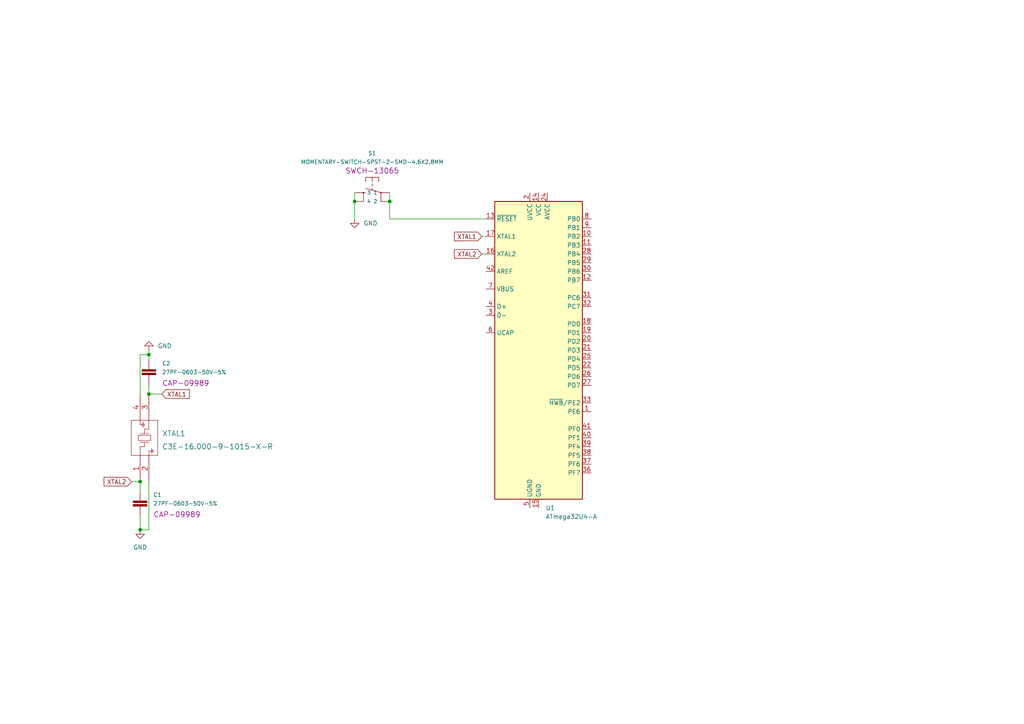
<source format=kicad_sch>
(kicad_sch (version 20211123) (generator eeschema)
  (paper "A4")
  (lib_symbols
    (symbol "16MHz Clock:C3E-16.000-9-1015-X-R" (pin_names (offset 0.254) hide)
      (property "Reference" "XTAL" (at 12.7 7.62 0))
      (property "Value" "C3E-16.000-9-1015-X-R" (at 12.7 5.08 0))
      (symbol "C3E-16.000-9-1015-X-R_1_1"
        (polyline (pts (xy 7.62 -5.08) (xy 17.78 -5.08)) (stroke (width 0.127)))
        (polyline (pts (xy 7.62 -2.54) (xy 8.89 -2.54)) (stroke (width 0.127)))
        (polyline (pts (xy 7.62 2.54) (xy 7.62 -5.08)) (stroke (width 0.127)))
        (polyline (pts (xy 8.128 -3.302) (xy 9.652 -3.302)) (stroke (width 0.127)))
        (polyline (pts (xy 8.382 -3.556) (xy 9.398 -3.556)) (stroke (width 0.127)))
        (polyline (pts (xy 8.636 -3.81) (xy 9.144 -3.81)) (stroke (width 0.127)))
        (polyline (pts (xy 8.89 -2.54) (xy 8.89 -3.302)) (stroke (width 0.127)))
        (polyline (pts (xy 10.16 -1.27) (xy 10.16 0)) (stroke (width 0.127)))
        (polyline (pts (xy 10.16 0) (xy 7.62 0)) (stroke (width 0.127)))
        (polyline (pts (xy 11.43 -1.27) (xy 10.16 -1.27)) (stroke (width 0.127)))
        (polyline (pts (xy 11.43 0) (xy 11.43 -2.54)) (stroke (width 0.127)))
        (polyline (pts (xy 11.938 -3.048) (xy 13.462 -3.048)) (stroke (width 0.127)))
        (polyline (pts (xy 11.938 0.508) (xy 11.938 -3.048)) (stroke (width 0.127)))
        (polyline (pts (xy 13.462 -3.048) (xy 13.462 0.508)) (stroke (width 0.127)))
        (polyline (pts (xy 13.462 0.508) (xy 11.938 0.508)) (stroke (width 0.127)))
        (polyline (pts (xy 13.97 -1.27) (xy 15.24 -1.27)) (stroke (width 0.127)))
        (polyline (pts (xy 13.97 0) (xy 13.97 -2.54)) (stroke (width 0.127)))
        (polyline (pts (xy 15.24 -2.54) (xy 17.78 -2.54)) (stroke (width 0.127)))
        (polyline (pts (xy 15.24 -1.27) (xy 15.24 -2.54)) (stroke (width 0.127)))
        (polyline (pts (xy 16.51 0) (xy 16.51 -0.762)) (stroke (width 0.127)))
        (polyline (pts (xy 16.764 -1.27) (xy 16.256 -1.27)) (stroke (width 0.127)))
        (polyline (pts (xy 17.018 -1.016) (xy 16.002 -1.016)) (stroke (width 0.127)))
        (polyline (pts (xy 17.272 -0.762) (xy 15.748 -0.762)) (stroke (width 0.127)))
        (polyline (pts (xy 17.78 -5.08) (xy 17.78 2.54)) (stroke (width 0.127)))
        (polyline (pts (xy 17.78 0) (xy 16.51 0)) (stroke (width 0.127)))
        (polyline (pts (xy 17.78 2.54) (xy 7.62 2.54)) (stroke (width 0.127)))
        (pin unspecified line (at 0 0 0) (length 7.62) (name "1") (number "1"))
        (pin unspecified line (at 0 -2.54 0) (length 7.62) (name "2") (number "2"))
        (pin unspecified line (at 25.4 -2.54 180) (length 7.62) (name "3") (number "3"))
        (pin unspecified line (at 25.4 0 180) (length 7.62) (name "4") (number "4"))
      )
    )
    (symbol "Capacitor-Sparkfun:27PF-0603-50V-5%" (pin_numbers hide) (pin_names (offset 1.016) hide)
      (property "Reference" "C" (at 1.524 2.921 0))
      (property "Value" "27PF-0603-50V-5%" (at 1.524 -2.159 0))
      (property "Field4" "CAP-09989" (at 0 7.62 0))
      (symbol "27PF-0603-50V-5%_1_0"
        (polyline (pts (xy 0 0) (xy 0 0.508)))
        (polyline (pts (xy 0 2.54) (xy 0 2.032)))
      )
      (symbol "27PF-0603-50V-5%_1_1"
        (rectangle (start -2.032 0.508) (end 2.032 1.016) (fill (type outline)))
        (rectangle (start -2.032 1.524) (end 2.032 2.032) (fill (type outline)))
        (pin passive line (at 0 5.08 270) (length 2.54) (name "1") (number "1"))
        (pin passive line (at 0 -2.54 90) (length 2.54) (name "2") (number "2"))
      )
    )
    (symbol "MCU_Microchip_ATmega:ATmega32U4-A"
      (property "Reference" "U" (at -12.7 44.45 0))
      (property "Value" "ATmega32U4-A" (at 2.54 -44.45 0))
      (symbol "ATmega32U4-A_0_1"
        (rectangle (start -12.7 -43.18) (end 12.7 43.18) (stroke (width 0.254)) (fill (type background)))
      )
      (symbol "ATmega32U4-A_1_1"
        (pin bidirectional line (at 15.24 -17.78 180) (length 2.54) (name "PE6") (number "1"))
        (pin bidirectional line (at 15.24 33.02 180) (length 2.54) (name "PB2") (number "10"))
        (pin bidirectional line (at 15.24 30.48 180) (length 2.54) (name "PB3") (number "11"))
        (pin bidirectional line (at 15.24 20.32 180) (length 2.54) (name "PB7") (number "12"))
        (pin input line (at -15.24 38.1 0) (length 2.54) (name "~{RESET}") (number "13"))
        (pin power_in line (at 0 45.72 270) (length 2.54) (name "VCC") (number "14"))
        (pin power_in line (at 0 -45.72 90) (length 2.54) (name "GND") (number "15"))
        (pin output line (at -15.24 27.94 0) (length 2.54) (name "XTAL2") (number "16"))
        (pin input line (at -15.24 33.02 0) (length 2.54) (name "XTAL1") (number "17"))
        (pin bidirectional line (at 15.24 7.62 180) (length 2.54) (name "PD0") (number "18"))
        (pin bidirectional line (at 15.24 5.08 180) (length 2.54) (name "PD1") (number "19"))
        (pin power_in line (at -2.54 45.72 270) (length 2.54) (name "UVCC") (number "2"))
        (pin bidirectional line (at 15.24 2.54 180) (length 2.54) (name "PD2") (number "20"))
        (pin bidirectional line (at 15.24 0 180) (length 2.54) (name "PD3") (number "21"))
        (pin bidirectional line (at 15.24 -5.08 180) (length 2.54) (name "PD5") (number "22"))
        (pin passive line (at 0 -45.72 90) (length 2.54) hide (name "GND") (number "23"))
        (pin power_in line (at 2.54 45.72 270) (length 2.54) (name "AVCC") (number "24"))
        (pin bidirectional line (at 15.24 -2.54 180) (length 2.54) (name "PD4") (number "25"))
        (pin bidirectional line (at 15.24 -7.62 180) (length 2.54) (name "PD6") (number "26"))
        (pin bidirectional line (at 15.24 -10.16 180) (length 2.54) (name "PD7") (number "27"))
        (pin bidirectional line (at 15.24 27.94 180) (length 2.54) (name "PB4") (number "28"))
        (pin bidirectional line (at 15.24 25.4 180) (length 2.54) (name "PB5") (number "29"))
        (pin bidirectional line (at -15.24 10.16 0) (length 2.54) (name "D-") (number "3"))
        (pin bidirectional line (at 15.24 22.86 180) (length 2.54) (name "PB6") (number "30"))
        (pin bidirectional line (at 15.24 15.24 180) (length 2.54) (name "PC6") (number "31"))
        (pin bidirectional line (at 15.24 12.7 180) (length 2.54) (name "PC7") (number "32"))
        (pin bidirectional line (at 15.24 -15.24 180) (length 2.54) (name "~{HWB}/PE2") (number "33"))
        (pin passive line (at 0 45.72 270) (length 2.54) hide (name "VCC") (number "34"))
        (pin passive line (at 0 -45.72 90) (length 2.54) hide (name "GND") (number "35"))
        (pin bidirectional line (at 15.24 -35.56 180) (length 2.54) (name "PF7") (number "36"))
        (pin bidirectional line (at 15.24 -33.02 180) (length 2.54) (name "PF6") (number "37"))
        (pin bidirectional line (at 15.24 -30.48 180) (length 2.54) (name "PF5") (number "38"))
        (pin bidirectional line (at 15.24 -27.94 180) (length 2.54) (name "PF4") (number "39"))
        (pin bidirectional line (at -15.24 12.7 0) (length 2.54) (name "D+") (number "4"))
        (pin bidirectional line (at 15.24 -25.4 180) (length 2.54) (name "PF1") (number "40"))
        (pin bidirectional line (at 15.24 -22.86 180) (length 2.54) (name "PF0") (number "41"))
        (pin passive line (at -15.24 22.86 0) (length 2.54) (name "AREF") (number "42"))
        (pin passive line (at 0 -45.72 90) (length 2.54) hide (name "GND") (number "43"))
        (pin passive line (at 2.54 45.72 270) (length 2.54) hide (name "AVCC") (number "44"))
        (pin passive line (at -2.54 -45.72 90) (length 2.54) (name "UGND") (number "5"))
        (pin passive line (at -15.24 5.08 0) (length 2.54) (name "UCAP") (number "6"))
        (pin input line (at -15.24 17.78 0) (length 2.54) (name "VBUS") (number "7"))
        (pin bidirectional line (at 15.24 38.1 180) (length 2.54) (name "PB0") (number "8"))
        (pin bidirectional line (at 15.24 35.56 180) (length 2.54) (name "PB1") (number "9"))
      )
    )
    (symbol "SparkFun-Switches:MOMENTARY-SWITCH-SPST-2-SMD-4.6X2.8MM" (pin_numbers hide) (pin_names (offset 1.016))
      (property "Reference" "S" (at -6.35 1.27 0))
      (property "Value" "MOMENTARY-SWITCH-SPST-2-SMD-4.6X2.8MM" (at -6.35 -5.08 0))
      (property "Field4" "SWCH-13065" (at 0 7.62 0))
      (symbol "MOMENTARY-SWITCH-SPST-2-SMD-4.6X2.8MM_1_0"
        (polyline (pts (xy -2.54 -2.54) (xy -2.54 0)))
        (polyline (pts (xy -2.54 0) (xy 1.905 1.27)))
        (polyline (pts (xy -1.905 4.445) (xy -1.905 3.175)))
        (polyline (pts (xy 0 1.27) (xy 0 0.635)))
        (polyline (pts (xy 0 2.54) (xy 0 1.905)))
        (polyline (pts (xy 0 4.445) (xy -1.905 4.445)))
        (polyline (pts (xy 0 4.445) (xy 0 3.175)))
        (polyline (pts (xy 1.905 0) (xy 2.54 0)))
        (polyline (pts (xy 1.905 4.445) (xy 0 4.445)))
        (polyline (pts (xy 1.905 4.445) (xy 1.905 3.175)))
        (polyline (pts (xy 2.54 -2.54) (xy 2.54 0)))
      )
      (symbol "MOMENTARY-SWITCH-SPST-2-SMD-4.6X2.8MM_1_1"
        (circle (center -2.54 0) (radius 0.127) (fill (type outline)))
        (circle (center 2.54 0) (radius 0.127) (fill (type outline)))
        (pin passive line (at -5.08 0 0) (length 2.54) (name "1") (number "1"))
        (pin passive line (at -5.08 -2.54 0) (length 2.54) (name "2") (number "2"))
        (pin passive line (at 5.08 0 180) (length 2.54) (name "3") (number "3"))
        (pin passive line (at 5.08 -2.54 180) (length 2.54) (name "4") (number "4"))
      )
    )
    (symbol "power:GND" (power) (pin_names (offset 0))
      (property "Value" "GND" (at 0 -3.81 0))
      (symbol "GND_0_1"
        (polyline (pts (xy 0 0) (xy 0 -1.27) (xy 1.27 -1.27) (xy 0 -2.54) (xy -1.27 -1.27) (xy 0 -1.27)))
      )
      (symbol "GND_1_1"
        (pin power_in line (at 0 0 270) (length 0) hide (name "GND") (number "1"))
      )
    )
  )
  (junction (at 43.18 114.3))
  (junction (at 102.87 58.42))
  (junction (at 113.03 58.42))
  (junction (at 40.64 139.7))
  (junction (at 43.18 102.87))
  (junction (at 40.64 153.67))
  (wire (pts (xy 43.18 111.76) (xy 43.18 114.3)))
  (wire (pts (xy 40.64 114.3) (xy 40.64 102.87)))
  (wire (pts (xy 139.7 73.66) (xy 140.97 73.66)))
  (wire (pts (xy 40.64 102.87) (xy 43.18 102.87)))
  (wire (pts (xy 140.97 63.5) (xy 113.03 63.5)))
  (wire (pts (xy 43.18 114.3) (xy 46.99 114.3)))
  (wire (pts (xy 113.03 63.5) (xy 113.03 58.42)))
  (wire (pts (xy 38.1 139.7) (xy 40.64 139.7)))
  (wire (pts (xy 43.18 153.67) (xy 40.64 153.67)))
  (wire (pts (xy 43.18 102.87) (xy 43.18 104.14)))
  (wire (pts (xy 43.18 139.7) (xy 43.18 153.67)))
  (wire (pts (xy 113.03 55.88) (xy 113.03 58.42)))
  (wire (pts (xy 40.64 149.86) (xy 40.64 153.67)))
  (wire (pts (xy 102.87 55.88) (xy 102.87 58.42)))
  (wire (pts (xy 43.18 101.6) (xy 43.18 102.87)))
  (wire (pts (xy 102.87 58.42) (xy 102.87 63.5)))
  (wire (pts (xy 40.64 139.7) (xy 40.64 142.24)))
  (wire (pts (xy 139.7 68.58) (xy 140.97 68.58)))
  (global_label "XTAL1" (shape input) (at 46.99 114.3 0) (property "Intersheet References" "${INTERSHEET_REFS}" (effects hide)))
  (global_label "XTAL2" (shape input) (at 38.1 139.7 180) (property "Intersheet References" "${INTERSHEET_REFS}" (effects hide)))
  (global_label "XTAL2" (shape input) (at 139.7 73.66 180) (property "Intersheet References" "${INTERSHEET_REFS}" (effects hide)))
  (global_label "XTAL1" (shape input) (at 139.7 68.58 180) (property "Intersheet References" "${INTERSHEET_REFS}" (effects hide)))
  (symbol (lib_id "Capacitor-Sparkfun:27PF-0603-50V-5%") (at 43.18 106.68 180) (unit 1)
    (property "Reference" "C2" (at 46.99 105.41 0) (effects (font (size 1.143 1.143)) (justify right)))
    (property "Value" "27PF-0603-50V-5%" (at 46.99 107.95 0) (effects (font (size 1.143 1.143)) (justify right)))
    (property "Footprint" "Sparkfun-Capacitors:0603" (effects hide))
    (property "Field4" "CAP-09989" (at 46.99 111.125 0) (effects (font (size 1.524 1.524)) (justify right)))
  )
  (symbol (lib_id "SparkFun-Switches:MOMENTARY-SWITCH-SPST-2-SMD-4.6X2.8MM") (at 107.95 55.88 0) (mirror y) (unit 1)
    (property "Reference" "S1" (at 107.95 44.45 0) (effects (font (size 1.143 1.143))))
    (property "Value" "MOMENTARY-SWITCH-SPST-2-SMD-4.6X2.8MM" (at 107.95 46.99 0) (effects (font (size 1.143 1.143))))
    (property "Footprint" "Sparkfun-Switches:TACTILE_SWITCH_SMD_4.6X2.8MM" (effects hide))
    (property "Field4" "SWCH-13065" (at 107.95 49.53 0) (effects (font (size 1.524 1.524))))
  )
  (symbol (lib_id "power:GND") (at 40.64 153.67 0) (unit 1)
    (property "Reference" "#PWR0101" (effects hide))
    (property "Value" "GND" (at 40.64 158.75 0))
  )
  (symbol (lib_id "MCU_Microchip_ATmega:ATmega32U4-A") (at 156.21 101.6 0) (unit 1)
    (property "Reference" "U1" (at 158.2294 147.32 0) (effects (justify left)))
    (property "Value" "ATmega32U4-A" (at 158.2294 149.86 0) (effects (justify left)))
    (property "Footprint" "Package_QFP:TQFP-44_10x10mm_P0.8mm" (effects hide))
    (property "Datasheet" "http://ww1.microchip.com/downloads/en/DeviceDoc/Atmel-7766-8-bit-AVR-ATmega16U4-32U4_Datasheet.pdf" (effects hide))
  )
  (symbol (lib_id "power:GND") (at 43.18 101.6 180) (unit 1)
    (property "Reference" "#PWR0103" (effects hide))
    (property "Value" "GND" (at 45.72 100.3299 0) (effects (justify right)))
  )
  (symbol (lib_id "16MHz Clock:C3E-16.000-9-1015-X-R") (at 40.64 139.7 90) (unit 1)
    (property "Reference" "XTAL1" (at 46.99 125.73 90) (effects (font (size 1.524 1.524)) (justify right)))
    (property "Value" "C3E-16.000-9-1015-X-R" (at 46.99 129.54 90) (effects (font (size 1.524 1.524)) (justify right)))
    (property "Footprint" "C3E-16.000-9-1015-X-R:C3E-16.000-9-1015-X-R" (effects hide))
  )
  (symbol (lib_id "Capacitor-Sparkfun:27PF-0603-50V-5%") (at 40.64 144.78 180) (unit 1)
    (property "Reference" "C1" (at 44.45 143.51 0) (effects (font (size 1.143 1.143)) (justify right)))
    (property "Value" "27PF-0603-50V-5%" (at 44.45 146.05 0) (effects (font (size 1.143 1.143)) (justify right)))
    (property "Footprint" "Sparkfun-Capacitors:0603" (effects hide))
    (property "Field4" "CAP-09989" (at 44.45 149.225 0) (effects (font (size 1.524 1.524)) (justify right)))
  )
  (symbol (lib_id "power:GND") (at 102.87 63.5 0) (unit 1)
    (property "Reference" "#PWR0102" (effects hide))
    (property "Value" "GND" (at 105.41 64.7699 0) (effects (justify left)))
  )
)
</source>
